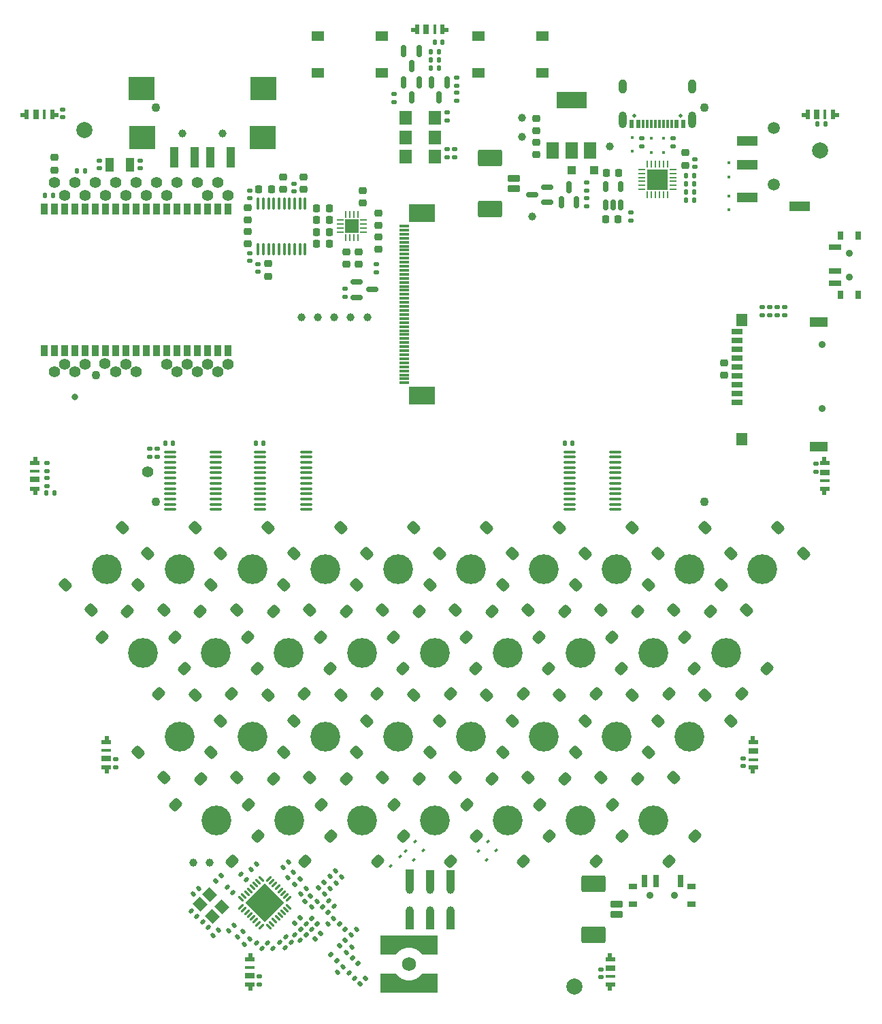
<source format=gbr>
G04 #@! TF.GenerationSoftware,KiCad,Pcbnew,7.99.0-1.20230226git51d46c0.fc37*
G04 #@! TF.CreationDate,2023-03-29T21:29:06+01:00*
G04 #@! TF.ProjectId,tr23-badge-r1,74723233-2d62-4616-9467-652d72312e6b,rev?*
G04 #@! TF.SameCoordinates,Original*
G04 #@! TF.FileFunction,Soldermask,Bot*
G04 #@! TF.FilePolarity,Negative*
%FSLAX46Y46*%
G04 Gerber Fmt 4.6, Leading zero omitted, Abs format (unit mm)*
G04 Created by KiCad (PCBNEW 7.99.0-1.20230226git51d46c0.fc37) date 2023-03-29 21:29:06*
%MOMM*%
%LPD*%
G01*
G04 APERTURE LIST*
G04 Aperture macros list*
%AMRoundRect*
0 Rectangle with rounded corners*
0 $1 Rounding radius*
0 $2 $3 $4 $5 $6 $7 $8 $9 X,Y pos of 4 corners*
0 Add a 4 corners polygon primitive as box body*
4,1,4,$2,$3,$4,$5,$6,$7,$8,$9,$2,$3,0*
0 Add four circle primitives for the rounded corners*
1,1,$1+$1,$2,$3*
1,1,$1+$1,$4,$5*
1,1,$1+$1,$6,$7*
1,1,$1+$1,$8,$9*
0 Add four rect primitives between the rounded corners*
20,1,$1+$1,$2,$3,$4,$5,0*
20,1,$1+$1,$4,$5,$6,$7,0*
20,1,$1+$1,$6,$7,$8,$9,0*
20,1,$1+$1,$8,$9,$2,$3,0*%
%AMRotRect*
0 Rectangle, with rotation*
0 The origin of the aperture is its center*
0 $1 length*
0 $2 width*
0 $3 Rotation angle, in degrees counterclockwise*
0 Add horizontal line*
21,1,$1,$2,0,0,$3*%
%AMFreePoly0*
4,1,9,0.275000,-0.600000,-0.275000,-0.600000,-0.275000,-0.350000,-0.725000,-0.350000,-0.725000,0.200000,-0.275000,0.200000,-0.275000,0.600000,0.275000,0.600000,0.275000,-0.600000,0.275000,-0.600000,$1*%
%AMFreePoly1*
4,1,9,0.275000,0.200000,0.725000,0.200000,0.725000,-0.350000,0.275000,-0.350000,0.275000,-0.600000,-0.275000,-0.600000,-0.275000,0.600000,0.275000,0.600000,0.275000,0.200000,0.275000,0.200000,$1*%
%AMFreePoly2*
4,1,25,3.555000,-1.595000,1.645000,-1.595000,1.500000,-1.420000,1.360000,-1.280000,1.205000,-1.155000,1.035000,-1.045000,0.860000,-0.950000,0.675000,-0.875000,0.480000,-0.820000,0.280000,-0.780000,0.085000,-0.765000,-0.085000,-0.765000,-0.280000,-0.780000,-0.480000,-0.820000,-0.675000,-0.875000,-0.860000,-0.950000,-1.035000,-1.045000,-1.205000,-1.155000,-1.360000,-1.280000,-1.500000,-1.420000,
-1.645000,-1.595000,-3.555000,-1.595000,-3.555000,0.755000,3.555000,0.755000,3.555000,-1.595000,3.555000,-1.595000,$1*%
G04 Aperture macros list end*
%ADD10C,1.000000*%
%ADD11C,1.100000*%
%ADD12C,0.800000*%
%ADD13RoundRect,0.225000X-0.250000X0.225000X-0.250000X-0.225000X0.250000X-0.225000X0.250000X0.225000X0*%
%ADD14R,1.500000X1.800000*%
%ADD15RoundRect,0.150000X-0.150000X0.587500X-0.150000X-0.587500X0.150000X-0.587500X0.150000X0.587500X0*%
%ADD16RoundRect,0.135000X-0.135000X-0.185000X0.135000X-0.185000X0.135000X0.185000X-0.135000X0.185000X0*%
%ADD17RoundRect,0.135000X0.135000X0.185000X-0.135000X0.185000X-0.135000X-0.185000X0.135000X-0.185000X0*%
%ADD18RoundRect,0.135000X-0.185000X0.135000X-0.185000X-0.135000X0.185000X-0.135000X0.185000X0.135000X0*%
%ADD19C,1.400000*%
%ADD20RoundRect,0.135000X0.185000X-0.135000X0.185000X0.135000X-0.185000X0.135000X-0.185000X-0.135000X0*%
%ADD21RoundRect,0.150000X0.150000X-0.587500X0.150000X0.587500X-0.150000X0.587500X-0.150000X-0.587500X0*%
%ADD22RoundRect,0.225000X0.250000X-0.225000X0.250000X0.225000X-0.250000X0.225000X-0.250000X-0.225000X0*%
%ADD23RoundRect,0.225000X-0.225000X-0.250000X0.225000X-0.250000X0.225000X0.250000X-0.225000X0.250000X0*%
%ADD24RoundRect,0.150000X0.150000X-0.512500X0.150000X0.512500X-0.150000X0.512500X-0.150000X-0.512500X0*%
%ADD25RoundRect,0.140000X-0.170000X0.140000X-0.170000X-0.140000X0.170000X-0.140000X0.170000X0.140000X0*%
%ADD26O,1.000000X1.800000*%
%ADD27O,1.000000X2.100000*%
%ADD28R,0.300000X1.100000*%
%ADD29R,0.620000X1.100000*%
%ADD30C,0.500000*%
%ADD31R,1.000000X1.800000*%
%ADD32RoundRect,0.140000X0.170000X-0.140000X0.170000X0.140000X-0.170000X0.140000X-0.170000X-0.140000X0*%
%ADD33R,1.550000X1.300000*%
%ADD34FreePoly0,270.000000*%
%ADD35R,1.200000X0.700000*%
%ADD36R,1.200000X0.450000*%
%ADD37FreePoly1,270.000000*%
%ADD38FreePoly0,0.000000*%
%ADD39R,0.700000X1.200000*%
%ADD40R,0.450000X1.200000*%
%ADD41FreePoly1,0.000000*%
%ADD42FreePoly0,90.000000*%
%ADD43FreePoly1,90.000000*%
%ADD44R,1.500000X0.700000*%
%ADD45C,0.900000*%
%ADD46R,0.800000X1.000000*%
%ADD47RoundRect,0.140000X0.140000X0.170000X-0.140000X0.170000X-0.140000X-0.170000X0.140000X-0.170000X0*%
%ADD48R,0.350000X0.400000*%
%ADD49R,0.930000X1.450000*%
%ADD50RoundRect,0.250001X1.249999X-0.799999X1.249999X0.799999X-1.249999X0.799999X-1.249999X-0.799999X0*%
%ADD51RoundRect,0.200000X0.600000X-0.200000X0.600000X0.200000X-0.600000X0.200000X-0.600000X-0.200000X0*%
%ADD52RoundRect,0.140000X0.021213X-0.219203X0.219203X-0.021213X-0.021213X0.219203X-0.219203X0.021213X0*%
%ADD53RoundRect,0.140000X-0.219203X-0.021213X-0.021213X-0.219203X0.219203X0.021213X0.021213X0.219203X0*%
%ADD54RoundRect,0.135000X-0.035355X0.226274X-0.226274X0.035355X0.035355X-0.226274X0.226274X-0.035355X0*%
%ADD55RoundRect,0.140000X0.219203X0.021213X0.021213X0.219203X-0.219203X-0.021213X-0.021213X-0.219203X0*%
%ADD56FreePoly2,180.000000*%
%ADD57FreePoly2,0.000000*%
%ADD58C,1.730000*%
%ADD59RoundRect,0.140000X-0.021213X0.219203X-0.219203X0.021213X0.021213X-0.219203X0.219203X-0.021213X0*%
%ADD60RoundRect,0.147500X-0.017678X0.226274X-0.226274X0.017678X0.017678X-0.226274X0.226274X-0.017678X0*%
%ADD61RoundRect,0.147500X-0.226274X-0.017678X-0.017678X-0.226274X0.226274X0.017678X0.017678X0.226274X0*%
%ADD62RoundRect,0.147500X0.017678X-0.226274X0.226274X-0.017678X-0.017678X0.226274X-0.226274X0.017678X0*%
%ADD63RotRect,1.400000X1.200000X135.000000*%
%ADD64RoundRect,0.135000X0.226274X0.035355X0.035355X0.226274X-0.226274X-0.035355X-0.035355X-0.226274X0*%
%ADD65RotRect,3.450000X3.450000X315.000000*%
%ADD66RoundRect,0.062500X-0.309359X-0.220971X-0.220971X-0.309359X0.309359X0.220971X0.220971X0.309359X0*%
%ADD67RoundRect,0.062500X-0.309359X0.220971X0.220971X-0.309359X0.309359X-0.220971X-0.220971X0.309359X0*%
%ADD68C,2.000000*%
%ADD69R,3.800000X2.000000*%
%ADD70R,1.500000X2.000000*%
%ADD71RoundRect,0.250000X-0.300000X-0.300000X0.300000X-0.300000X0.300000X0.300000X-0.300000X0.300000X0*%
%ADD72RotRect,0.400000X0.350000X45.000000*%
%ADD73RoundRect,0.100000X-0.100000X0.637500X-0.100000X-0.637500X0.100000X-0.637500X0.100000X0.637500X0*%
%ADD74RoundRect,0.225000X0.225000X0.250000X-0.225000X0.250000X-0.225000X-0.250000X0.225000X-0.250000X0*%
%ADD75R,1.700000X1.700000*%
%ADD76RoundRect,0.062500X-0.062500X-0.350000X0.062500X-0.350000X0.062500X0.350000X-0.062500X0.350000X0*%
%ADD77RoundRect,0.062500X-0.350000X-0.062500X0.350000X-0.062500X0.350000X0.062500X-0.350000X0.062500X0*%
%ADD78RoundRect,0.135000X0.035355X-0.226274X0.226274X-0.035355X-0.035355X0.226274X-0.226274X0.035355X0*%
%ADD79R,1.400000X0.700000*%
%ADD80R,1.400000X1.600000*%
%ADD81R,2.200000X1.200000*%
%ADD82RoundRect,0.140000X-0.140000X-0.170000X0.140000X-0.170000X0.140000X0.170000X-0.140000X0.170000X0*%
%ADD83RoundRect,0.100000X0.637500X0.100000X-0.637500X0.100000X-0.637500X-0.100000X0.637500X-0.100000X0*%
%ADD84RoundRect,0.135000X0.134997X0.185002X-0.135003X0.184998X-0.134997X-0.185002X0.135003X-0.184998X0*%
%ADD85R,2.600000X2.600000*%
%ADD86RoundRect,0.062500X-0.350000X0.062500X-0.350000X-0.062500X0.350000X-0.062500X0.350000X0.062500X0*%
%ADD87RoundRect,0.062500X-0.062500X0.350000X-0.062500X-0.350000X0.062500X-0.350000X0.062500X0.350000X0*%
%ADD88RoundRect,0.150000X0.587500X0.150000X-0.587500X0.150000X-0.587500X-0.150000X0.587500X-0.150000X0*%
%ADD89R,1.000000X2.500000*%
%ADD90R,3.250000X3.000000*%
%ADD91C,0.550000*%
%ADD92R,2.500000X1.200000*%
%ADD93C,1.500000*%
%ADD94C,3.700000*%
%ADD95RoundRect,0.300000X0.106066X-0.530330X0.530330X-0.106066X-0.106066X0.530330X-0.530330X0.106066X0*%
%ADD96R,1.000000X2.450000*%
%ADD97RoundRect,0.300000X0.530330X0.106066X0.106066X0.530330X-0.530330X-0.106066X-0.106066X-0.530330X0*%
%ADD98RoundRect,0.150000X-0.587500X-0.150000X0.587500X-0.150000X0.587500X0.150000X-0.587500X0.150000X0*%
%ADD99R,1.200000X0.300000*%
%ADD100R,3.300000X2.200000*%
%ADD101R,0.700000X1.500000*%
%ADD102R,1.000000X0.800000*%
G04 APERTURE END LIST*
D10*
G04 #@! TO.C,TP44*
X-7800000Y101700000D03*
G04 #@! TD*
G04 #@! TO.C,TP43*
X-9850000Y101700000D03*
G04 #@! TD*
G04 #@! TO.C,TP42*
X-11900000Y101700000D03*
G04 #@! TD*
G04 #@! TO.C,TP41*
X-13950000Y101700000D03*
G04 #@! TD*
G04 #@! TO.C,TP40*
X-16000000Y101700000D03*
G04 #@! TD*
G04 #@! TO.C,TP39*
X22350000Y122950000D03*
G04 #@! TD*
G04 #@! TO.C,TP38*
X11450000Y126500000D03*
G04 #@! TD*
G04 #@! TO.C,TP37*
X11450000Y124150000D03*
G04 #@! TD*
G04 #@! TO.C,TP36*
X12700000Y114250000D03*
G04 #@! TD*
D11*
G04 #@! TO.C,DISP1*
X-34122500Y78795000D03*
X34127500Y78795000D03*
X-34122500Y127835000D03*
X34127500Y127835000D03*
G04 #@! TD*
D12*
G04 #@! TO.C,S5*
X-44216503Y91821497D03*
D11*
X-41529497Y94508503D03*
G04 #@! TD*
D13*
G04 #@! TO.C,C9*
X13250000Y124925000D03*
X13250000Y126475000D03*
G04 #@! TD*
D14*
G04 #@! TO.C,D1*
X599999Y121699999D03*
X-2999999Y121699999D03*
G04 #@! TD*
D15*
G04 #@! TO.C,Q1*
X1150000Y129062500D03*
X2100000Y130937500D03*
X200000Y130937500D03*
G04 #@! TD*
G04 #@! TO.C,Q2*
X-2300000Y129062500D03*
X-1350000Y130937500D03*
X-3250000Y130937500D03*
G04 #@! TD*
D16*
G04 #@! TO.C,R3*
X1110000Y134700000D03*
X90000Y134700000D03*
G04 #@! TD*
D17*
G04 #@! TO.C,R1*
X90000Y132700000D03*
X1110000Y132700000D03*
G04 #@! TD*
D16*
G04 #@! TO.C,R2*
X1110000Y133700000D03*
X90000Y133700000D03*
G04 #@! TD*
D18*
G04 #@! TO.C,R4*
X-33950000Y84390000D03*
X-33950000Y85410000D03*
G04 #@! TD*
D14*
G04 #@! TO.C,D4*
X599999Y126499999D03*
X-2999999Y126499999D03*
G04 #@! TD*
D19*
G04 #@! TO.C,TP16*
X-44175000Y94935000D03*
G04 #@! TD*
G04 #@! TO.C,TP17*
X-42905000Y95905000D03*
G04 #@! TD*
G04 #@! TO.C,TP1*
X-45445000Y116895000D03*
G04 #@! TD*
G04 #@! TO.C,TP2*
X-31475000Y94935000D03*
G04 #@! TD*
G04 #@! TO.C,TP3*
X-30205000Y95905000D03*
G04 #@! TD*
G04 #@! TO.C,TP4*
X-32745000Y95905000D03*
G04 #@! TD*
G04 #@! TO.C,TP5*
X-36555000Y94935000D03*
G04 #@! TD*
G04 #@! TO.C,TP6*
X-31475000Y118465000D03*
G04 #@! TD*
G04 #@! TO.C,TP7*
X-28935000Y118465000D03*
G04 #@! TD*
G04 #@! TO.C,TP8*
X-32745000Y116895000D03*
G04 #@! TD*
G04 #@! TO.C,TP9*
X-28935000Y94935000D03*
G04 #@! TD*
G04 #@! TO.C,TP10*
X-37825000Y95905000D03*
G04 #@! TD*
G04 #@! TO.C,TP11*
X-39095000Y94935000D03*
G04 #@! TD*
G04 #@! TO.C,TP12*
X-40435000Y95935000D03*
G04 #@! TD*
G04 #@! TO.C,TP13*
X-45445000Y95905000D03*
G04 #@! TD*
G04 #@! TO.C,TP14*
X-46715000Y94935000D03*
G04 #@! TD*
G04 #@! TO.C,TP15*
X-36555000Y118465000D03*
G04 #@! TD*
G04 #@! TO.C,TP18*
X-26395000Y94935000D03*
G04 #@! TD*
G04 #@! TO.C,TP19*
X-27665000Y95905000D03*
G04 #@! TD*
G04 #@! TO.C,TP20*
X-27665000Y116895000D03*
G04 #@! TD*
G04 #@! TO.C,TP21*
X-26395000Y118465000D03*
G04 #@! TD*
G04 #@! TO.C,TP22*
X-25125000Y116895000D03*
G04 #@! TD*
G04 #@! TO.C,TP23*
X-25125000Y95905000D03*
G04 #@! TD*
G04 #@! TO.C,TP24*
X-42905000Y116895000D03*
G04 #@! TD*
G04 #@! TO.C,TP25*
X-44175000Y118465000D03*
G04 #@! TD*
G04 #@! TO.C,TP26*
X-40365000Y116895000D03*
G04 #@! TD*
G04 #@! TO.C,TP27*
X-41635000Y118465000D03*
G04 #@! TD*
G04 #@! TO.C,TP28*
X-37825000Y116895000D03*
G04 #@! TD*
G04 #@! TO.C,TP29*
X-39095000Y118465000D03*
G04 #@! TD*
G04 #@! TO.C,TP30*
X-34015000Y118465000D03*
G04 #@! TD*
G04 #@! TO.C,TP31*
X-35285000Y116895000D03*
G04 #@! TD*
G04 #@! TO.C,TP32*
X-46715000Y118465000D03*
G04 #@! TD*
D14*
G04 #@! TO.C,D2*
X599999Y124099999D03*
X-2999999Y124099999D03*
G04 #@! TD*
D20*
G04 #@! TO.C,R6*
X-4500000Y129510000D03*
X-4500000Y128490000D03*
G04 #@! TD*
D21*
G04 #@! TO.C,Q5*
X17310000Y117897500D03*
X16360000Y116022500D03*
X18260000Y116022500D03*
G04 #@! TD*
D22*
G04 #@! TO.C,C8*
X13250000Y123475000D03*
X13250000Y121925000D03*
G04 #@! TD*
D18*
G04 #@! TO.C,R10*
X3050000Y121590000D03*
X3050000Y122610000D03*
G04 #@! TD*
G04 #@! TO.C,R8*
X25000000Y113740000D03*
X25000000Y114760000D03*
G04 #@! TD*
D23*
G04 #@! TO.C,C7*
X23385000Y113910000D03*
X21835000Y113910000D03*
G04 #@! TD*
G04 #@! TO.C,C6*
X23485000Y119710000D03*
X21935000Y119710000D03*
G04 #@! TD*
D24*
G04 #@! TO.C,U1*
X23760000Y117947500D03*
X21860000Y117947500D03*
X21860000Y115672500D03*
X22810000Y115672500D03*
X23760000Y115672500D03*
G04 #@! TD*
D18*
G04 #@! TO.C,R13*
X2100000Y126190000D03*
X2100000Y127210000D03*
G04 #@! TD*
D20*
G04 #@! TO.C,R12*
X19510000Y118470000D03*
X19510000Y117450000D03*
G04 #@! TD*
D18*
G04 #@! TO.C,R9*
X2100000Y121590000D03*
X2100000Y122610000D03*
G04 #@! TD*
G04 #@! TO.C,R11*
X19510000Y115550000D03*
X19510000Y116570000D03*
G04 #@! TD*
G04 #@! TO.C,R5*
X-34900000Y84390000D03*
X-34900000Y85410000D03*
G04 #@! TD*
D25*
G04 #@! TO.C,C5*
X3350000Y128670000D03*
X3350000Y129630000D03*
G04 #@! TD*
D26*
G04 #@! TO.C,J2*
X32619999Y130449999D03*
D27*
X32619999Y126299999D03*
D26*
X23979999Y130449999D03*
D27*
X23979999Y126299999D03*
D28*
X29549999Y125749999D03*
X27549999Y125749999D03*
X29049999Y125749998D03*
X30049999Y125749999D03*
D29*
X30699999Y125749999D03*
X31499999Y125749999D03*
D28*
X26549999Y125749999D03*
X28549999Y125749999D03*
X28049999Y125749999D03*
X27049999Y125749999D03*
D29*
X25899999Y125749999D03*
X25099999Y125749999D03*
D30*
X31189999Y126800000D03*
X25410001Y126800000D03*
G04 #@! TD*
D16*
G04 #@! TO.C,R17*
X32910000Y118300000D03*
X31890000Y118300000D03*
G04 #@! TD*
D17*
G04 #@! TO.C,R16*
X31890000Y119300000D03*
X32910000Y119300000D03*
G04 #@! TD*
D31*
G04 #@! TO.C,Y1*
X-37349999Y120699999D03*
X-39849999Y120699999D03*
G04 #@! TD*
D32*
G04 #@! TO.C,C31*
X-47650000Y83580000D03*
X-47650000Y82620000D03*
G04 #@! TD*
D25*
G04 #@! TO.C,C32*
X-39100000Y45770000D03*
X-39100000Y46730000D03*
G04 #@! TD*
G04 #@! TO.C,C33*
X-21200000Y18770000D03*
X-21200000Y19730000D03*
G04 #@! TD*
D32*
G04 #@! TO.C,C36*
X48000000Y83480000D03*
X48000000Y82520000D03*
G04 #@! TD*
D18*
G04 #@! TO.C,R21*
X-47650000Y80740000D03*
X-47650000Y81760000D03*
G04 #@! TD*
D25*
G04 #@! TO.C,C34*
X21250000Y19670000D03*
X21250000Y20630000D03*
G04 #@! TD*
D33*
G04 #@! TO.C,S1*
X-6019999Y132149999D03*
X-13979999Y132149999D03*
X-13979999Y136649999D03*
X-6019999Y136649999D03*
G04 #@! TD*
D25*
G04 #@! TO.C,C35*
X38950000Y45890000D03*
X38950000Y46850000D03*
G04 #@! TD*
D34*
G04 #@! TO.C,LED6*
X49150000Y83575000D03*
D35*
X49149999Y82449999D03*
D36*
X49149999Y81424999D03*
D37*
X49150000Y80425000D03*
G04 #@! TD*
D38*
G04 #@! TO.C,LED8*
X-1575000Y137550000D03*
D39*
X-449999Y137549999D03*
D40*
X574999Y137549999D03*
D41*
X1575000Y137550000D03*
G04 #@! TD*
D42*
G04 #@! TO.C,LED1*
X-49150000Y80425000D03*
D35*
X-49149999Y81549999D03*
D36*
X-49149999Y82574999D03*
D43*
X-49150000Y83575000D03*
G04 #@! TD*
D42*
G04 #@! TO.C,LED3*
X-22450000Y18725000D03*
D35*
X-22449999Y19849999D03*
D36*
X-22449999Y20874999D03*
D43*
X-22450000Y21875000D03*
G04 #@! TD*
D34*
G04 #@! TO.C,LED4*
X22450000Y21875000D03*
D35*
X22449999Y20749999D03*
D36*
X22449999Y19724999D03*
D37*
X22450000Y18725000D03*
G04 #@! TD*
D38*
G04 #@! TO.C,LED7*
X47000000Y126950000D03*
D39*
X48124999Y126949999D03*
D40*
X49149999Y126949999D03*
D41*
X50150000Y126950000D03*
G04 #@! TD*
D44*
G04 #@! TO.C,S3*
X50389999Y105949999D03*
X50389999Y107449999D03*
X50389999Y110449999D03*
D45*
X52150000Y109700000D03*
X52150000Y106700000D03*
D46*
X51039999Y111849999D03*
X53249999Y104549999D03*
X53249999Y111849999D03*
X51039999Y104549999D03*
G04 #@! TD*
D47*
G04 #@! TO.C,C3*
X-47880000Y116900000D03*
X-46920000Y116900000D03*
G04 #@! TD*
D48*
G04 #@! TO.C,D8*
X37199999Y119199999D03*
X37199999Y120899999D03*
G04 #@! TD*
G04 #@! TO.C,D9*
X37199999Y115099999D03*
X37199999Y116799999D03*
G04 #@! TD*
D10*
G04 #@! TO.C,TP35*
X-29473000Y33932400D03*
G04 #@! TD*
D25*
G04 #@! TO.C,C1*
X-41140000Y120220000D03*
X-41140000Y121180000D03*
G04 #@! TD*
D49*
G04 #@! TO.C,A1*
X-47984999Y115209999D03*
X-46714999Y115209999D03*
X-45444999Y115209999D03*
X-44174999Y115209999D03*
X-42904999Y115209999D03*
X-41634999Y115209999D03*
X-40364999Y115209999D03*
X-39094999Y115209999D03*
X-37824999Y115209999D03*
X-36554999Y115209999D03*
X-35284999Y115209999D03*
X-34014999Y115209999D03*
X-32744999Y115209999D03*
X-31474999Y115209999D03*
X-30204999Y115209999D03*
X-28934999Y115209999D03*
X-27664999Y115209999D03*
X-26394999Y115209999D03*
X-25124999Y115209999D03*
X-25124999Y97589999D03*
X-26394999Y97589999D03*
X-27664999Y97589999D03*
X-28934999Y97589999D03*
X-30204999Y97589999D03*
X-31474999Y97589999D03*
X-32744999Y97589999D03*
X-34014999Y97589999D03*
X-35284999Y97589999D03*
X-36554999Y97589999D03*
X-37824999Y97589999D03*
X-39094999Y97589999D03*
X-40364999Y97589999D03*
X-41634999Y97589999D03*
X-42904999Y97589999D03*
X-44174999Y97589999D03*
X-45444999Y97589999D03*
X-46714999Y97589999D03*
X-47984999Y97589999D03*
G04 #@! TD*
D32*
G04 #@! TO.C,C2*
X-36060000Y121180000D03*
X-36060000Y120220000D03*
G04 #@! TD*
D50*
G04 #@! TO.C,J1*
X7500000Y121550000D03*
X7500000Y115200000D03*
D51*
X10400000Y119000000D03*
X10400000Y117750000D03*
G04 #@! TD*
D52*
G04 #@! TO.C,C43*
X-28731999Y30707857D03*
X-29410821Y30029035D03*
G04 #@! TD*
D53*
G04 #@! TO.C,C41*
X-28987557Y27242558D03*
X-29666379Y27921380D03*
G04 #@! TD*
D52*
G04 #@! TO.C,C62*
X-17011087Y32712631D03*
X-17689909Y32033809D03*
G04 #@! TD*
D54*
G04 #@! TO.C,R29*
X-13887230Y30753663D03*
X-13165982Y31474911D03*
G04 #@! TD*
D52*
G04 #@! TO.C,C65*
X-21592715Y33752644D03*
X-22271537Y33073822D03*
G04 #@! TD*
D55*
G04 #@! TO.C,C66*
X-23555713Y32504388D03*
X-22876891Y31825566D03*
G04 #@! TD*
D56*
G04 #@! TO.C,J8*
X-2582328Y18463378D03*
D57*
X-2582328Y24063378D03*
D58*
X-2582328Y21263378D03*
G04 #@! TD*
D52*
G04 #@! TO.C,C68*
X-17596501Y33959189D03*
X-18275323Y33280367D03*
G04 #@! TD*
D59*
G04 #@! TO.C,C50*
X-14710161Y28386128D03*
X-14031339Y29064950D03*
G04 #@! TD*
G04 #@! TO.C,C60*
X-23061799Y23734355D03*
X-22382977Y24413177D03*
G04 #@! TD*
G04 #@! TO.C,C53*
X-25001535Y25458564D03*
X-24322713Y26137386D03*
G04 #@! TD*
G04 #@! TO.C,C67*
X-11522170Y20258996D03*
X-10843348Y20937818D03*
G04 #@! TD*
D55*
G04 #@! TO.C,C42*
X-28274900Y26512860D03*
X-27596078Y25834038D03*
G04 #@! TD*
D52*
G04 #@! TO.C,C59*
X-15369397Y30726297D03*
X-16048219Y30047475D03*
G04 #@! TD*
G04 #@! TO.C,C46*
X-11786275Y32854618D03*
X-12465097Y32175796D03*
G04 #@! TD*
D59*
G04 #@! TO.C,C61*
X-10354737Y22701626D03*
X-9675915Y23380448D03*
G04 #@! TD*
D60*
G04 #@! TO.C,L8*
X-11211397Y23533254D03*
X-10525503Y24219148D03*
G04 #@! TD*
G04 #@! TO.C,L1*
X-15592947Y29057053D03*
X-14907053Y29742947D03*
G04 #@! TD*
D61*
G04 #@! TO.C,L2*
X-15401782Y24889272D03*
X-16087676Y25575166D03*
G04 #@! TD*
D59*
G04 #@! TO.C,C58*
X-9842862Y24901788D03*
X-9164040Y25580610D03*
G04 #@! TD*
D52*
G04 #@! TO.C,C55*
X-11983841Y26981530D03*
X-12662663Y26302708D03*
G04 #@! TD*
D53*
G04 #@! TO.C,C56*
X-20860589Y23260589D03*
X-21539411Y23939411D03*
G04 #@! TD*
D62*
G04 #@! TO.C,L3*
X-16174084Y27012007D03*
X-16859978Y26326113D03*
G04 #@! TD*
D61*
G04 #@! TO.C,L5*
X-12680765Y27718053D03*
X-13366659Y28403947D03*
G04 #@! TD*
D52*
G04 #@! TO.C,C45*
X-11013973Y32082316D03*
X-11692795Y31403494D03*
G04 #@! TD*
D53*
G04 #@! TO.C,C69*
X-9370586Y19468733D03*
X-10049408Y20147555D03*
G04 #@! TD*
D54*
G04 #@! TO.C,R27*
X-16868675Y31166755D03*
X-16147427Y31888003D03*
G04 #@! TD*
D63*
G04 #@! TO.C,Y2*
X-25859841Y28391985D03*
X-27415476Y29947620D03*
X-28617557Y28745539D03*
X-27061922Y27189904D03*
G04 #@! TD*
D53*
G04 #@! TO.C,C44*
X-19545216Y23267382D03*
X-20224038Y23946204D03*
G04 #@! TD*
D60*
G04 #@! TO.C,L9*
X-8723866Y18800659D03*
X-8037972Y19486553D03*
G04 #@! TD*
D64*
G04 #@! TO.C,R30*
X-9640773Y22078162D03*
X-8919525Y21356914D03*
G04 #@! TD*
D55*
G04 #@! TO.C,C64*
X-25208081Y30852021D03*
X-24529259Y30173199D03*
G04 #@! TD*
D64*
G04 #@! TO.C,R31*
X-12335343Y22433490D03*
X-11614095Y21712242D03*
G04 #@! TD*
D65*
G04 #@! TO.C,U9*
X-20531205Y28923103D03*
D66*
X-23492216Y28436968D03*
X-23138662Y28083415D03*
X-22785109Y27729861D03*
X-22431555Y27376308D03*
X-22078002Y27022755D03*
X-21724449Y26669201D03*
X-21370895Y26315648D03*
X-21017342Y25962094D03*
D67*
X-20045070Y25962094D03*
X-19691517Y26315648D03*
X-19337963Y26669201D03*
X-18984410Y27022755D03*
X-18630857Y27376308D03*
X-18277303Y27729861D03*
X-17923750Y28083415D03*
X-17570196Y28436968D03*
D66*
X-17570196Y29409240D03*
X-17923750Y29762793D03*
X-18277303Y30116347D03*
X-18630857Y30469900D03*
X-18984410Y30823453D03*
X-19337963Y31177007D03*
X-19691517Y31530560D03*
X-20045070Y31884114D03*
D67*
X-21017342Y31884114D03*
X-21370895Y31530560D03*
X-21724449Y31177007D03*
X-22078002Y30823453D03*
X-22431555Y30469900D03*
X-22785109Y30116347D03*
X-23138662Y29762793D03*
X-23492216Y29409240D03*
G04 #@! TD*
D53*
G04 #@! TO.C,C49*
X-16110589Y24210589D03*
X-16789411Y24889411D03*
G04 #@! TD*
D61*
G04 #@! TO.C,L6*
X-10570405Y25625653D03*
X-11256299Y26311547D03*
G04 #@! TD*
D55*
G04 #@! TO.C,C52*
X-12626742Y29136792D03*
X-11947920Y28457970D03*
G04 #@! TD*
D59*
G04 #@! TO.C,C57*
X-26964559Y24860539D03*
X-26285737Y25539361D03*
G04 #@! TD*
D62*
G04 #@! TO.C,L4*
X-13614711Y25135134D03*
X-14300605Y24449240D03*
G04 #@! TD*
D53*
G04 #@! TO.C,C51*
X-17982652Y23321263D03*
X-18661474Y24000085D03*
G04 #@! TD*
D59*
G04 #@! TO.C,C47*
X-13093715Y30002574D03*
X-12414893Y30681396D03*
G04 #@! TD*
G04 #@! TO.C,C48*
X-23959825Y24704223D03*
X-23281003Y25383045D03*
G04 #@! TD*
D53*
G04 #@! TO.C,C63*
X-17283889Y24023420D03*
X-17962711Y24702242D03*
G04 #@! TD*
G04 #@! TO.C,C54*
X-14731799Y25566327D03*
X-15410621Y26245149D03*
G04 #@! TD*
D68*
G04 #@! TO.C,FID4*
X48500000Y122500000D03*
G04 #@! TD*
G04 #@! TO.C,FID5*
X-43000000Y125000000D03*
G04 #@! TD*
G04 #@! TO.C,FID6*
X18000000Y18500000D03*
G04 #@! TD*
D10*
G04 #@! TO.C,TP34*
X-27439400Y33907000D03*
G04 #@! TD*
D18*
G04 #@! TO.C,R23*
X42250000Y102000000D03*
X42250000Y103020000D03*
G04 #@! TD*
G04 #@! TO.C,R24*
X41300000Y101990000D03*
X41300000Y103010000D03*
G04 #@! TD*
G04 #@! TO.C,R22*
X43200000Y101990000D03*
X43200000Y103010000D03*
G04 #@! TD*
D22*
G04 #@! TO.C,C37*
X36600000Y96075000D03*
X36600000Y94525000D03*
G04 #@! TD*
D61*
G04 #@! TO.C,L7*
X-14057053Y26257053D03*
X-14742947Y26942947D03*
G04 #@! TD*
D18*
G04 #@! TO.C,R25*
X44150000Y101990000D03*
X44150000Y103010000D03*
G04 #@! TD*
D69*
G04 #@! TO.C,U2*
X17599999Y128749999D03*
D70*
X15299999Y122449999D03*
X17599999Y122449999D03*
X19899999Y122449999D03*
G04 #@! TD*
D33*
G04 #@! TO.C,S2*
X6019999Y136649999D03*
X13979999Y136649999D03*
X13979999Y132149999D03*
X6019999Y132149999D03*
G04 #@! TD*
D18*
G04 #@! TO.C,R7*
X3350000Y130490000D03*
X3350000Y131510000D03*
G04 #@! TD*
D15*
G04 #@! TO.C,Q3*
X-2300000Y132962500D03*
X-1350000Y134837500D03*
X-3250000Y134837500D03*
G04 #@! TD*
D71*
G04 #@! TO.C,D3*
X20400000Y120050000D03*
X17600000Y120050000D03*
G04 #@! TD*
D72*
G04 #@! TO.C,D13*
X-798958Y35451040D03*
X-2001040Y34248958D03*
G04 #@! TD*
G04 #@! TO.C,D14*
X-3699999Y34649999D03*
X-4902081Y33447917D03*
G04 #@! TD*
G04 #@! TO.C,D11*
X7201040Y36501040D03*
X5998958Y35298958D03*
G04 #@! TD*
G04 #@! TO.C,D12*
X8251040Y35451040D03*
X7048958Y34248958D03*
G04 #@! TD*
D23*
G04 #@! TO.C,C16*
X-19725000Y117650000D03*
X-21275000Y117650000D03*
G04 #@! TD*
D22*
G04 #@! TO.C,C17*
X-15700000Y119175000D03*
X-15700000Y117625000D03*
G04 #@! TD*
D25*
G04 #@! TO.C,C18*
X-21402200Y107372800D03*
X-21402200Y108332800D03*
G04 #@! TD*
D22*
G04 #@! TO.C,C15*
X-18250000Y119175000D03*
X-18250000Y117625000D03*
G04 #@! TD*
D13*
G04 #@! TO.C,C20*
X-20132200Y106823800D03*
X-20132200Y108373800D03*
G04 #@! TD*
D32*
G04 #@! TO.C,C14*
X-16900000Y118330000D03*
X-16900000Y117370000D03*
G04 #@! TD*
G04 #@! TO.C,C12*
X-22450000Y117480000D03*
X-22450000Y116520000D03*
G04 #@! TD*
D73*
G04 #@! TO.C,U4*
X-21380800Y110171900D03*
X-20730800Y110171900D03*
X-20080800Y110171900D03*
X-19430800Y110171900D03*
X-18780800Y110171900D03*
X-18130800Y110171900D03*
X-17480800Y110171900D03*
X-16830800Y110171900D03*
X-16180800Y110171900D03*
X-15530800Y110171900D03*
X-15530800Y115896900D03*
X-16180800Y115896900D03*
X-16830800Y115896900D03*
X-17480800Y115896900D03*
X-18130800Y115896900D03*
X-18780800Y115896900D03*
X-19430800Y115896900D03*
X-20080800Y115896900D03*
X-20730800Y115896900D03*
X-21380800Y115896900D03*
G04 #@! TD*
D22*
G04 #@! TO.C,C4*
X-46750000Y121575000D03*
X-46750000Y120025000D03*
G04 #@! TD*
D13*
G04 #@! TO.C,C26*
X-8886800Y108287200D03*
X-8886800Y109837200D03*
G04 #@! TD*
G04 #@! TO.C,C27*
X-10360000Y108287200D03*
X-10360000Y109837200D03*
G04 #@! TD*
G04 #@! TO.C,C13*
X-22700000Y113825000D03*
X-22700000Y115375000D03*
G04 #@! TD*
D25*
G04 #@! TO.C,C19*
X-22450000Y108720000D03*
X-22450000Y109680000D03*
G04 #@! TD*
D22*
G04 #@! TO.C,C21*
X-22700000Y112375000D03*
X-22700000Y110825000D03*
G04 #@! TD*
D74*
G04 #@! TO.C,C22*
X-14100000Y112323200D03*
X-12550000Y112323200D03*
G04 #@! TD*
G04 #@! TO.C,C23*
X-14100000Y110850000D03*
X-12550000Y110850000D03*
G04 #@! TD*
G04 #@! TO.C,C24*
X-14100000Y113821800D03*
X-12550000Y113821800D03*
G04 #@! TD*
G04 #@! TO.C,C25*
X-14100000Y115295000D03*
X-12550000Y115295000D03*
G04 #@! TD*
D22*
G04 #@! TO.C,C28*
X-6450000Y114688600D03*
X-6450000Y113138600D03*
G04 #@! TD*
G04 #@! TO.C,C29*
X-6450000Y111725000D03*
X-6450000Y110175000D03*
G04 #@! TD*
D18*
G04 #@! TO.C,R14*
X26350000Y122990000D03*
X26350000Y124010000D03*
G04 #@! TD*
G04 #@! TO.C,R15*
X30250000Y122990000D03*
X30250000Y124010000D03*
G04 #@! TD*
D75*
G04 #@! TO.C,U5*
X-9724999Y113049999D03*
D76*
X-10475000Y111587500D03*
X-9975000Y111587500D03*
X-9475000Y111587500D03*
X-8975000Y111587500D03*
D77*
X-8262500Y112300000D03*
X-8262500Y112800000D03*
X-8262500Y113300000D03*
X-8262500Y113800000D03*
D76*
X-8975000Y114512500D03*
X-9475000Y114512500D03*
X-9975000Y114512500D03*
X-10475000Y114512500D03*
D77*
X-11187500Y113800000D03*
X-11187500Y113300000D03*
X-11187500Y112800000D03*
X-11187500Y112300000D03*
G04 #@! TD*
D19*
G04 #@! TO.C,TP33*
X-35100000Y82500000D03*
G04 #@! TD*
D72*
G04 #@! TO.C,D10*
X-1847917Y36502081D03*
X-3049999Y35299999D03*
G04 #@! TD*
D78*
G04 #@! TO.C,R28*
X-25939376Y32310624D03*
X-26660624Y31589376D03*
G04 #@! TD*
D16*
G04 #@! TO.C,R18*
X32910000Y117300000D03*
X31890000Y117300000D03*
G04 #@! TD*
D79*
G04 #@! TO.C,J7*
X38199999Y99949999D03*
X38199999Y98849999D03*
X38199999Y97749999D03*
X38199999Y96649999D03*
X38199999Y95549999D03*
X38199999Y94449999D03*
X38199999Y91149999D03*
X38199999Y92249999D03*
D80*
X38799999Y101399999D03*
X38799999Y86549999D03*
D81*
X48399999Y101149999D03*
X48399999Y85649999D03*
D45*
X48800000Y90350000D03*
X48800000Y98350000D03*
D79*
X38199999Y93349999D03*
G04 #@! TD*
D82*
G04 #@! TO.C,C38*
X-31970000Y86050000D03*
X-32930000Y86050000D03*
G04 #@! TD*
D83*
G04 #@! TO.C,U6*
X-32362500Y84975000D03*
X-32362500Y84325000D03*
X-32362500Y83675000D03*
X-32362500Y83025000D03*
X-32362500Y82375000D03*
X-32362500Y81725000D03*
X-32362500Y81075000D03*
X-32362500Y80425000D03*
X-32362500Y79775000D03*
X-32362500Y79125000D03*
X-32362500Y78475000D03*
X-32362500Y77825000D03*
X-26637500Y77825000D03*
X-26637500Y78475000D03*
X-26637500Y79125000D03*
X-26637500Y79775000D03*
X-26637500Y80425000D03*
X-26637500Y81075000D03*
X-26637500Y81725000D03*
X-26637500Y82375000D03*
X-26637500Y83025000D03*
X-26637500Y83675000D03*
X-26637500Y84325000D03*
X-26637500Y84975000D03*
G04 #@! TD*
D16*
G04 #@! TO.C,R26*
X-42940000Y119900000D03*
X-43960000Y119900000D03*
G04 #@! TD*
D84*
G04 #@! TO.C,R19*
X31890000Y116299991D03*
X32910000Y116300009D03*
G04 #@! TD*
D48*
G04 #@! TO.C,D6*
X27549999Y122249999D03*
X27549999Y123949999D03*
G04 #@! TD*
G04 #@! TO.C,D7*
X25149999Y122349999D03*
X25149999Y124049999D03*
G04 #@! TD*
G04 #@! TO.C,D5*
X29049999Y122249999D03*
X29049999Y123949999D03*
G04 #@! TD*
D22*
G04 #@! TO.C,C10*
X31750000Y122175000D03*
X31750000Y120625000D03*
G04 #@! TD*
D32*
G04 #@! TO.C,C11*
X32950000Y121380000D03*
X32950000Y120420000D03*
G04 #@! TD*
D85*
G04 #@! TO.C,U3*
X28299999Y118862499D03*
D86*
X26362500Y120112500D03*
X26362500Y119612500D03*
X26362500Y119112500D03*
X26362500Y118612500D03*
X26362500Y118112500D03*
X26362500Y117612500D03*
D87*
X27050000Y116925000D03*
X27550000Y116925000D03*
X28050000Y116925000D03*
X28550000Y116925000D03*
X29050000Y116925000D03*
X29550000Y116925000D03*
D86*
X30237500Y117612500D03*
X30237500Y118112500D03*
X30237500Y118612500D03*
X30237500Y119112500D03*
X30237500Y119612500D03*
X30237500Y120112500D03*
D87*
X29550000Y120800000D03*
X29050000Y120800000D03*
X28550000Y120800000D03*
X28050000Y120800000D03*
X27550000Y120800000D03*
X27050000Y120800000D03*
G04 #@! TD*
D88*
G04 #@! TO.C,Q4*
X12722500Y116960000D03*
X14597500Y116010000D03*
X14597500Y117910000D03*
G04 #@! TD*
D10*
G04 #@! TO.C,J3*
X-30800000Y124550000D03*
X-25800000Y124550000D03*
D89*
X-31799999Y121649999D03*
X-29299999Y121649999D03*
X-27299999Y121649999D03*
X-24799999Y121649999D03*
D90*
X-35899999Y130149999D03*
X-35799999Y124049999D03*
X-20799999Y124049999D03*
X-20699999Y130149999D03*
G04 #@! TD*
D13*
G04 #@! TO.C,C30*
X-8367200Y115915200D03*
X-8367200Y117465200D03*
G04 #@! TD*
D91*
G04 #@! TO.C,J5*
X40450000Y116350000D03*
X38550000Y116350000D03*
D92*
X39499999Y116649999D03*
D91*
X40450000Y116950000D03*
X38550000Y116950000D03*
X46950000Y115250000D03*
X45050000Y115250000D03*
D92*
X45999999Y115549999D03*
D91*
X46950000Y115850000D03*
X45050000Y115850000D03*
X40450000Y123350000D03*
X38550000Y123350000D03*
D92*
X39499999Y123649999D03*
D91*
X40450000Y123950000D03*
X38550000Y123950000D03*
X38550000Y120350000D03*
D92*
X39499999Y120649999D03*
D91*
X38550000Y120950000D03*
D93*
X42750000Y118250000D03*
X42750000Y125250000D03*
G04 #@! TD*
D94*
G04 #@! TO.C,SW5*
X32293000Y70405000D03*
D95*
X30348456Y65278476D03*
X37419524Y72349544D03*
X34237544Y75531524D03*
X27166476Y68460456D03*
G04 #@! TD*
D50*
G04 #@! TO.C,J9*
X20300000Y31300000D03*
X20300000Y24950000D03*
D51*
X23200000Y28750000D03*
X23200000Y27500000D03*
G04 #@! TD*
D94*
G04 #@! TO.C,SW14*
X5105000Y49575000D03*
D95*
X3160456Y44448476D03*
X10231524Y51519544D03*
X7049544Y54701524D03*
X-21524Y47630456D03*
G04 #@! TD*
D94*
G04 #@! TO.C,SW12*
X14169000Y70405000D03*
D95*
X12224456Y65278476D03*
X19295524Y72349544D03*
X16113544Y75531524D03*
X9042476Y68460456D03*
G04 #@! TD*
D10*
G04 #@! TO.C,J6*
X-2533000Y28012000D03*
X-2533000Y30552000D03*
X7000Y28012000D03*
X7000Y30552000D03*
X2547000Y28012000D03*
X2547000Y30552000D03*
D89*
X-2532999Y31781999D03*
D96*
X-2532999Y26781999D03*
X6999Y31781999D03*
X6999Y26781999D03*
X2546999Y31781999D03*
X2546999Y26781999D03*
G04 #@! TD*
D94*
G04 #@! TO.C,SW16*
X575000Y59985000D03*
D97*
X5701524Y58040456D03*
X-1369544Y65111524D03*
X-4551524Y61929544D03*
X2519544Y54858476D03*
G04 #@! TD*
D94*
G04 #@! TO.C,SW32*
X9705000Y39165000D03*
D97*
X14831524Y37220456D03*
X7760456Y44291524D03*
X4578476Y41109544D03*
X11649544Y34038476D03*
G04 #@! TD*
D94*
G04 #@! TO.C,SW1*
X41355000Y70405000D03*
D95*
X39410456Y65278476D03*
X46481524Y72349544D03*
X43299544Y75531524D03*
X36228476Y68460456D03*
G04 #@! TD*
D94*
G04 #@! TO.C,SW28*
X-31143000Y49575000D03*
D95*
X-33087544Y44448476D03*
X-26016476Y51519544D03*
X-29198456Y54701524D03*
X-36269524Y47630456D03*
G04 #@! TD*
D42*
G04 #@! TO.C,LED2*
X-40250000Y45725000D03*
D35*
X-40249999Y46849999D03*
D36*
X-40249999Y47874999D03*
D43*
X-40250000Y48875000D03*
G04 #@! TD*
D82*
G04 #@! TO.C,C40*
X-20720000Y86050000D03*
X-21680000Y86050000D03*
G04 #@! TD*
D94*
G04 #@! TO.C,SW21*
X-17481000Y39165000D03*
D97*
X-12354476Y37220456D03*
X-19425544Y44291524D03*
X-22607524Y41109544D03*
X-15536456Y34038476D03*
G04 #@! TD*
D25*
G04 #@! TO.C,C72*
X-45700000Y126620000D03*
X-45700000Y127580000D03*
G04 #@! TD*
D17*
G04 #@! TO.C,R33*
X-47710000Y79850000D03*
X-46690000Y79850000D03*
G04 #@! TD*
D94*
G04 #@! TO.C,SW26*
X-22079000Y70405000D03*
D95*
X-24023544Y65278476D03*
X-16952476Y72349544D03*
X-20134456Y75531524D03*
X-27205524Y68460456D03*
G04 #@! TD*
D98*
G04 #@! TO.C,Q6*
X-7212500Y105150000D03*
X-9087500Y106100000D03*
X-9087500Y104200000D03*
G04 #@! TD*
D94*
G04 #@! TO.C,SW18*
X-3955000Y70405000D03*
D95*
X-5899544Y65278476D03*
X1171524Y72349544D03*
X-2010456Y75531524D03*
X-9081524Y68460456D03*
G04 #@! TD*
D94*
G04 #@! TO.C,SW29*
X-31141000Y70405000D03*
D95*
X-33085544Y65278476D03*
X-26014476Y72349544D03*
X-29196456Y75531524D03*
X-36267524Y68460456D03*
G04 #@! TD*
D94*
G04 #@! TO.C,SW34*
X-8419000Y39165000D03*
D97*
X-3292476Y37220456D03*
X-10363544Y44291524D03*
X-13545524Y41109544D03*
X-6474456Y34038476D03*
G04 #@! TD*
D94*
G04 #@! TO.C,SW31*
X-40203000Y70405000D03*
D95*
X-42147544Y65278476D03*
X-35076476Y72349544D03*
X-38258456Y75531524D03*
X-45329524Y68460456D03*
G04 #@! TD*
D94*
G04 #@! TO.C,SW8*
X18767000Y39165000D03*
D97*
X23893524Y37220456D03*
X16822456Y44291524D03*
X13640476Y41109544D03*
X20711544Y34038476D03*
G04 #@! TD*
D94*
G04 #@! TO.C,SW30*
X-35673000Y59985000D03*
D97*
X-30546476Y58040456D03*
X-37617544Y65111524D03*
X-40799524Y61929544D03*
X-33728456Y54858476D03*
G04 #@! TD*
D94*
G04 #@! TO.C,SW9*
X23231000Y70405000D03*
D95*
X21286456Y65278476D03*
X28357524Y72349544D03*
X25175544Y75531524D03*
X18104476Y68460456D03*
G04 #@! TD*
D94*
G04 #@! TO.C,SW20*
X-13019000Y49575000D03*
D95*
X-14963544Y44448476D03*
X-7892476Y51519544D03*
X-11074456Y54701524D03*
X-18145524Y47630456D03*
G04 #@! TD*
D94*
G04 #@! TO.C,SW7*
X23229000Y49575000D03*
D95*
X21284456Y44448476D03*
X28355524Y51519544D03*
X25173544Y54701524D03*
X18102476Y47630456D03*
G04 #@! TD*
D94*
G04 #@! TO.C,SW10*
X18699000Y59985000D03*
D97*
X23825524Y58040456D03*
X16754456Y65111524D03*
X13572476Y61929544D03*
X20643544Y54858476D03*
G04 #@! TD*
D82*
G04 #@! TO.C,C39*
X17730000Y86050000D03*
X16770000Y86050000D03*
G04 #@! TD*
D94*
G04 #@! TO.C,SW27*
X-26611000Y59985000D03*
D97*
X-21484476Y58040456D03*
X-28555544Y65111524D03*
X-31737524Y61929544D03*
X-24666456Y54858476D03*
G04 #@! TD*
D94*
G04 #@! TO.C,SW2*
X36823000Y59985000D03*
D97*
X41949524Y58040456D03*
X34878456Y65111524D03*
X31696476Y61929544D03*
X38767544Y54858476D03*
G04 #@! TD*
D20*
G04 #@! TO.C,R20*
X-10600000Y105270000D03*
X-10600000Y104250000D03*
G04 #@! TD*
D94*
G04 #@! TO.C,SW23*
X-17549000Y59985000D03*
D97*
X-12422476Y58040456D03*
X-19493544Y65111524D03*
X-22675524Y61929544D03*
X-15604456Y54858476D03*
G04 #@! TD*
D94*
G04 #@! TO.C,SW3*
X32291000Y49575000D03*
D95*
X30346456Y44448476D03*
X37417524Y51519544D03*
X34235544Y54701524D03*
X27164476Y47630456D03*
G04 #@! TD*
D38*
G04 #@! TO.C,LED9*
X-50150000Y126950000D03*
D39*
X-49024999Y126949999D03*
D40*
X-47999999Y126949999D03*
D41*
X-47000000Y126950000D03*
G04 #@! TD*
D99*
G04 #@! TO.C,J4*
X-3199999Y93564999D03*
X-3199999Y94064999D03*
X-3199999Y94564999D03*
X-3199999Y95064999D03*
X-3199999Y95564999D03*
X-3199999Y96064999D03*
X-3199999Y96564999D03*
X-3199999Y97064999D03*
X-3199999Y97564999D03*
X-3199999Y98064999D03*
X-3199999Y98564999D03*
X-3199999Y99064999D03*
X-3199999Y99564999D03*
X-3199999Y100064999D03*
X-3199999Y100564999D03*
X-3199999Y101064999D03*
X-3199999Y101564999D03*
X-3199999Y102064999D03*
X-3199999Y102564999D03*
X-3199999Y103064999D03*
X-3199999Y103564999D03*
X-3199999Y104064999D03*
X-3199999Y104564999D03*
X-3199999Y105064999D03*
X-3199999Y105564999D03*
X-3199999Y106064999D03*
X-3199999Y106564999D03*
X-3199999Y107064999D03*
X-3199999Y107564999D03*
X-3199999Y108064999D03*
X-3199999Y108564999D03*
X-3199999Y109064999D03*
X-3199999Y109564999D03*
X-3199999Y110064999D03*
X-3199999Y110564999D03*
X-3199999Y111064999D03*
X-3199999Y111564999D03*
X-3199999Y112064999D03*
X-3199999Y112564999D03*
X-3199999Y113064999D03*
D100*
X-1029999Y114664999D03*
X-1029999Y91964999D03*
G04 #@! TD*
D34*
G04 #@! TO.C,LED5*
X40250000Y48875000D03*
D35*
X40249999Y47749999D03*
D36*
X40249999Y46724999D03*
D37*
X40250000Y45725000D03*
G04 #@! TD*
D94*
G04 #@! TO.C,SW13*
X9637000Y59985000D03*
D97*
X14763524Y58040456D03*
X7692456Y65111524D03*
X4510476Y61929544D03*
X11581544Y54858476D03*
G04 #@! TD*
D83*
G04 #@! TO.C,U7*
X17337500Y84975000D03*
X17337500Y84325000D03*
X17337500Y83675000D03*
X17337500Y83025000D03*
X17337500Y82375000D03*
X17337500Y81725000D03*
X17337500Y81075000D03*
X17337500Y80425000D03*
X17337500Y79775000D03*
X17337500Y79125000D03*
X17337500Y78475000D03*
X17337500Y77825000D03*
X23062500Y77825000D03*
X23062500Y78475000D03*
X23062500Y79125000D03*
X23062500Y79775000D03*
X23062500Y80425000D03*
X23062500Y81075000D03*
X23062500Y81725000D03*
X23062500Y82375000D03*
X23062500Y83025000D03*
X23062500Y83675000D03*
X23062500Y84325000D03*
X23062500Y84975000D03*
G04 #@! TD*
D94*
G04 #@! TO.C,SW15*
X5107000Y70405000D03*
D95*
X3162456Y65278476D03*
X10233524Y72349544D03*
X7051544Y75531524D03*
X-19524Y68460456D03*
G04 #@! TD*
D101*
G04 #@! TO.C,S8*
X26649999Y31629999D03*
X28149999Y31629999D03*
X31149999Y31629999D03*
D45*
X30400000Y29870000D03*
X27400000Y29870000D03*
D102*
X32549999Y30979999D03*
X25249999Y28769999D03*
X32549999Y28769999D03*
X25249999Y30979999D03*
G04 #@! TD*
D82*
G04 #@! TO.C,C70*
X49180000Y125750000D03*
X48220000Y125750000D03*
G04 #@! TD*
D94*
G04 #@! TO.C,SW11*
X14167000Y49575000D03*
D95*
X12222456Y44448476D03*
X19293524Y51519544D03*
X16111544Y54701524D03*
X9040476Y47630456D03*
G04 #@! TD*
D94*
G04 #@! TO.C,SW17*
X-3957000Y49575000D03*
D95*
X-5901544Y44448476D03*
X1169524Y51519544D03*
X-2012456Y54701524D03*
X-9083524Y47630456D03*
G04 #@! TD*
D82*
G04 #@! TO.C,C71*
X1580000Y135900000D03*
X620000Y135900000D03*
G04 #@! TD*
D94*
G04 #@! TO.C,SW4*
X27829000Y39165000D03*
D97*
X32955524Y37220456D03*
X25884456Y44291524D03*
X22702476Y41109544D03*
X29773544Y34038476D03*
G04 #@! TD*
D18*
G04 #@! TO.C,R32*
X-6700000Y107290000D03*
X-6700000Y108310000D03*
G04 #@! TD*
D94*
G04 #@! TO.C,SW6*
X27761000Y59985000D03*
D97*
X32887524Y58040456D03*
X25816456Y65111524D03*
X22634476Y61929544D03*
X29705544Y54858476D03*
G04 #@! TD*
D94*
G04 #@! TO.C,SW33*
X643000Y39165000D03*
D97*
X5769524Y37220456D03*
X-1301544Y44291524D03*
X-4483524Y41109544D03*
X2587544Y34038476D03*
G04 #@! TD*
D94*
G04 #@! TO.C,SW24*
X-22081000Y49575000D03*
D95*
X-24025544Y44448476D03*
X-16954476Y51519544D03*
X-20136456Y54701524D03*
X-27207524Y47630456D03*
G04 #@! TD*
D94*
G04 #@! TO.C,SW25*
X-26543000Y39165000D03*
D97*
X-21416476Y37220456D03*
X-28487544Y44291524D03*
X-31669524Y41109544D03*
X-24598456Y34038476D03*
G04 #@! TD*
D94*
G04 #@! TO.C,SW19*
X-8487000Y59985000D03*
D97*
X-3360476Y58040456D03*
X-10431544Y65111524D03*
X-13613524Y61929544D03*
X-6542456Y54858476D03*
G04 #@! TD*
D83*
G04 #@! TO.C,U8*
X-21112500Y84975000D03*
X-21112500Y84325000D03*
X-21112500Y83675000D03*
X-21112500Y83025000D03*
X-21112500Y82375000D03*
X-21112500Y81725000D03*
X-21112500Y81075000D03*
X-21112500Y80425000D03*
X-21112500Y79775000D03*
X-21112500Y79125000D03*
X-21112500Y78475000D03*
X-21112500Y77825000D03*
X-15387500Y77825000D03*
X-15387500Y78475000D03*
X-15387500Y79125000D03*
X-15387500Y79775000D03*
X-15387500Y80425000D03*
X-15387500Y81075000D03*
X-15387500Y81725000D03*
X-15387500Y82375000D03*
X-15387500Y83025000D03*
X-15387500Y83675000D03*
X-15387500Y84325000D03*
X-15387500Y84975000D03*
G04 #@! TD*
D94*
G04 #@! TO.C,SW22*
X-13017000Y70405000D03*
D95*
X-14961544Y65278476D03*
X-7890476Y72349544D03*
X-11072456Y75531524D03*
X-18143524Y68460456D03*
G04 #@! TD*
M02*

</source>
